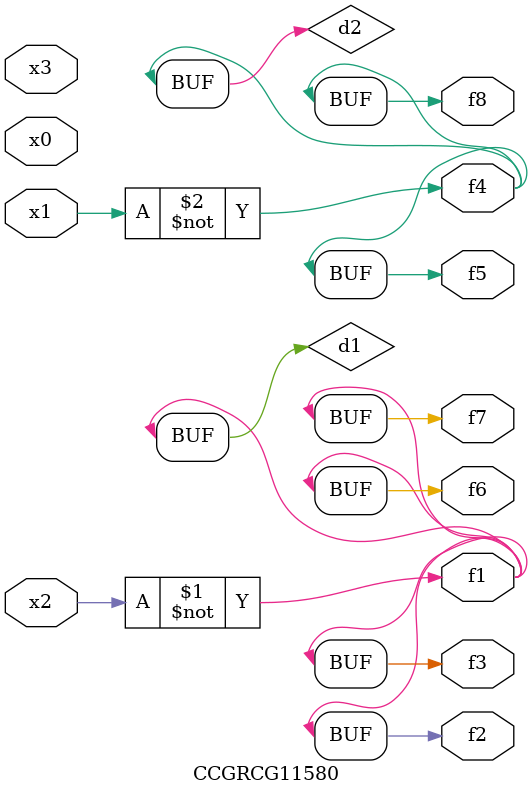
<source format=v>
module CCGRCG11580(
	input x0, x1, x2, x3,
	output f1, f2, f3, f4, f5, f6, f7, f8
);

	wire d1, d2;

	xnor (d1, x2);
	not (d2, x1);
	assign f1 = d1;
	assign f2 = d1;
	assign f3 = d1;
	assign f4 = d2;
	assign f5 = d2;
	assign f6 = d1;
	assign f7 = d1;
	assign f8 = d2;
endmodule

</source>
